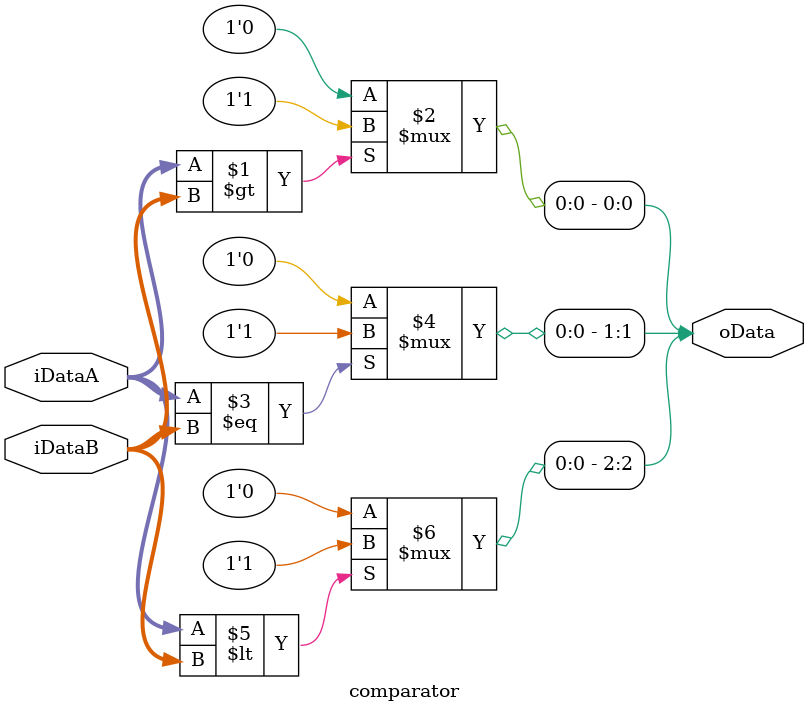
<source format=v>
/* verilator lint_off DECLFILENAME */
// /*
//     Comparator module compares input and output
//     If A > B -> oData[0] = 1
//     If A = B -> oData[1] = 1
//     If A < B -> oData[2] = 1
// */
module comparator (
    input [31:0] iDataA,
    input [31:0] iDataB,
    output [2:0] oData
  );
  assign oData[0] = (iDataA > iDataB) ? 1'b1 : 1'b0;
  assign oData[1] = (iDataA == iDataB) ? 1'b1 : 1'b0;
  assign oData[2] = (iDataA < iDataB) ? 1'b1 : 1'b0;
endmodule
/* verilator lint_on DECLFILENAME */

</source>
